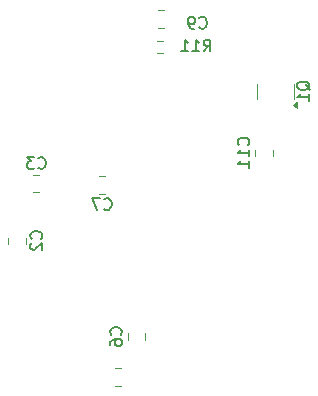
<source format=gbr>
%TF.GenerationSoftware,KiCad,Pcbnew,8.0.1*%
%TF.CreationDate,2024-05-25T07:42:12-07:00*%
%TF.ProjectId,knockControlBoard,6b6e6f63-6b43-46f6-9e74-726f6c426f61,rev?*%
%TF.SameCoordinates,Original*%
%TF.FileFunction,Legend,Bot*%
%TF.FilePolarity,Positive*%
%FSLAX46Y46*%
G04 Gerber Fmt 4.6, Leading zero omitted, Abs format (unit mm)*
G04 Created by KiCad (PCBNEW 8.0.1) date 2024-05-25 07:42:12*
%MOMM*%
%LPD*%
G01*
G04 APERTURE LIST*
%ADD10C,0.150000*%
%ADD11C,0.120000*%
G04 APERTURE END LIST*
D10*
X112419580Y-102903333D02*
X112467200Y-102855714D01*
X112467200Y-102855714D02*
X112514819Y-102712857D01*
X112514819Y-102712857D02*
X112514819Y-102617619D01*
X112514819Y-102617619D02*
X112467200Y-102474762D01*
X112467200Y-102474762D02*
X112371961Y-102379524D01*
X112371961Y-102379524D02*
X112276723Y-102331905D01*
X112276723Y-102331905D02*
X112086247Y-102284286D01*
X112086247Y-102284286D02*
X111943390Y-102284286D01*
X111943390Y-102284286D02*
X111752914Y-102331905D01*
X111752914Y-102331905D02*
X111657676Y-102379524D01*
X111657676Y-102379524D02*
X111562438Y-102474762D01*
X111562438Y-102474762D02*
X111514819Y-102617619D01*
X111514819Y-102617619D02*
X111514819Y-102712857D01*
X111514819Y-102712857D02*
X111562438Y-102855714D01*
X111562438Y-102855714D02*
X111610057Y-102903333D01*
X111514819Y-103760476D02*
X111514819Y-103570000D01*
X111514819Y-103570000D02*
X111562438Y-103474762D01*
X111562438Y-103474762D02*
X111610057Y-103427143D01*
X111610057Y-103427143D02*
X111752914Y-103331905D01*
X111752914Y-103331905D02*
X111943390Y-103284286D01*
X111943390Y-103284286D02*
X112324342Y-103284286D01*
X112324342Y-103284286D02*
X112419580Y-103331905D01*
X112419580Y-103331905D02*
X112467200Y-103379524D01*
X112467200Y-103379524D02*
X112514819Y-103474762D01*
X112514819Y-103474762D02*
X112514819Y-103665238D01*
X112514819Y-103665238D02*
X112467200Y-103760476D01*
X112467200Y-103760476D02*
X112419580Y-103808095D01*
X112419580Y-103808095D02*
X112324342Y-103855714D01*
X112324342Y-103855714D02*
X112086247Y-103855714D01*
X112086247Y-103855714D02*
X111991009Y-103808095D01*
X111991009Y-103808095D02*
X111943390Y-103760476D01*
X111943390Y-103760476D02*
X111895771Y-103665238D01*
X111895771Y-103665238D02*
X111895771Y-103474762D01*
X111895771Y-103474762D02*
X111943390Y-103379524D01*
X111943390Y-103379524D02*
X111991009Y-103331905D01*
X111991009Y-103331905D02*
X112086247Y-103284286D01*
X105436666Y-88769580D02*
X105484285Y-88817200D01*
X105484285Y-88817200D02*
X105627142Y-88864819D01*
X105627142Y-88864819D02*
X105722380Y-88864819D01*
X105722380Y-88864819D02*
X105865237Y-88817200D01*
X105865237Y-88817200D02*
X105960475Y-88721961D01*
X105960475Y-88721961D02*
X106008094Y-88626723D01*
X106008094Y-88626723D02*
X106055713Y-88436247D01*
X106055713Y-88436247D02*
X106055713Y-88293390D01*
X106055713Y-88293390D02*
X106008094Y-88102914D01*
X106008094Y-88102914D02*
X105960475Y-88007676D01*
X105960475Y-88007676D02*
X105865237Y-87912438D01*
X105865237Y-87912438D02*
X105722380Y-87864819D01*
X105722380Y-87864819D02*
X105627142Y-87864819D01*
X105627142Y-87864819D02*
X105484285Y-87912438D01*
X105484285Y-87912438D02*
X105436666Y-87960057D01*
X105103332Y-87864819D02*
X104484285Y-87864819D01*
X104484285Y-87864819D02*
X104817618Y-88245771D01*
X104817618Y-88245771D02*
X104674761Y-88245771D01*
X104674761Y-88245771D02*
X104579523Y-88293390D01*
X104579523Y-88293390D02*
X104531904Y-88341009D01*
X104531904Y-88341009D02*
X104484285Y-88436247D01*
X104484285Y-88436247D02*
X104484285Y-88674342D01*
X104484285Y-88674342D02*
X104531904Y-88769580D01*
X104531904Y-88769580D02*
X104579523Y-88817200D01*
X104579523Y-88817200D02*
X104674761Y-88864819D01*
X104674761Y-88864819D02*
X104960475Y-88864819D01*
X104960475Y-88864819D02*
X105055713Y-88817200D01*
X105055713Y-88817200D02*
X105103332Y-88769580D01*
X128440057Y-82202261D02*
X128392438Y-82107023D01*
X128392438Y-82107023D02*
X128297200Y-82011785D01*
X128297200Y-82011785D02*
X128154342Y-81868928D01*
X128154342Y-81868928D02*
X128106723Y-81773690D01*
X128106723Y-81773690D02*
X128106723Y-81678452D01*
X128344819Y-81726071D02*
X128297200Y-81630833D01*
X128297200Y-81630833D02*
X128201961Y-81535595D01*
X128201961Y-81535595D02*
X128011485Y-81487976D01*
X128011485Y-81487976D02*
X127678152Y-81487976D01*
X127678152Y-81487976D02*
X127487676Y-81535595D01*
X127487676Y-81535595D02*
X127392438Y-81630833D01*
X127392438Y-81630833D02*
X127344819Y-81726071D01*
X127344819Y-81726071D02*
X127344819Y-81916547D01*
X127344819Y-81916547D02*
X127392438Y-82011785D01*
X127392438Y-82011785D02*
X127487676Y-82107023D01*
X127487676Y-82107023D02*
X127678152Y-82154642D01*
X127678152Y-82154642D02*
X128011485Y-82154642D01*
X128011485Y-82154642D02*
X128201961Y-82107023D01*
X128201961Y-82107023D02*
X128297200Y-82011785D01*
X128297200Y-82011785D02*
X128344819Y-81916547D01*
X128344819Y-81916547D02*
X128344819Y-81726071D01*
X128344819Y-83107023D02*
X128344819Y-82535595D01*
X128344819Y-82821309D02*
X127344819Y-82821309D01*
X127344819Y-82821309D02*
X127487676Y-82726071D01*
X127487676Y-82726071D02*
X127582914Y-82630833D01*
X127582914Y-82630833D02*
X127630533Y-82535595D01*
X119440357Y-78924819D02*
X119773690Y-78448628D01*
X120011785Y-78924819D02*
X120011785Y-77924819D01*
X120011785Y-77924819D02*
X119630833Y-77924819D01*
X119630833Y-77924819D02*
X119535595Y-77972438D01*
X119535595Y-77972438D02*
X119487976Y-78020057D01*
X119487976Y-78020057D02*
X119440357Y-78115295D01*
X119440357Y-78115295D02*
X119440357Y-78258152D01*
X119440357Y-78258152D02*
X119487976Y-78353390D01*
X119487976Y-78353390D02*
X119535595Y-78401009D01*
X119535595Y-78401009D02*
X119630833Y-78448628D01*
X119630833Y-78448628D02*
X120011785Y-78448628D01*
X118487976Y-78924819D02*
X119059404Y-78924819D01*
X118773690Y-78924819D02*
X118773690Y-77924819D01*
X118773690Y-77924819D02*
X118868928Y-78067676D01*
X118868928Y-78067676D02*
X118964166Y-78162914D01*
X118964166Y-78162914D02*
X119059404Y-78210533D01*
X117535595Y-78924819D02*
X118107023Y-78924819D01*
X117821309Y-78924819D02*
X117821309Y-77924819D01*
X117821309Y-77924819D02*
X117916547Y-78067676D01*
X117916547Y-78067676D02*
X118011785Y-78162914D01*
X118011785Y-78162914D02*
X118107023Y-78210533D01*
X111016666Y-92269580D02*
X111064285Y-92317200D01*
X111064285Y-92317200D02*
X111207142Y-92364819D01*
X111207142Y-92364819D02*
X111302380Y-92364819D01*
X111302380Y-92364819D02*
X111445237Y-92317200D01*
X111445237Y-92317200D02*
X111540475Y-92221961D01*
X111540475Y-92221961D02*
X111588094Y-92126723D01*
X111588094Y-92126723D02*
X111635713Y-91936247D01*
X111635713Y-91936247D02*
X111635713Y-91793390D01*
X111635713Y-91793390D02*
X111588094Y-91602914D01*
X111588094Y-91602914D02*
X111540475Y-91507676D01*
X111540475Y-91507676D02*
X111445237Y-91412438D01*
X111445237Y-91412438D02*
X111302380Y-91364819D01*
X111302380Y-91364819D02*
X111207142Y-91364819D01*
X111207142Y-91364819D02*
X111064285Y-91412438D01*
X111064285Y-91412438D02*
X111016666Y-91460057D01*
X110683332Y-91364819D02*
X110016666Y-91364819D01*
X110016666Y-91364819D02*
X110445237Y-92364819D01*
X123209580Y-86857142D02*
X123257200Y-86809523D01*
X123257200Y-86809523D02*
X123304819Y-86666666D01*
X123304819Y-86666666D02*
X123304819Y-86571428D01*
X123304819Y-86571428D02*
X123257200Y-86428571D01*
X123257200Y-86428571D02*
X123161961Y-86333333D01*
X123161961Y-86333333D02*
X123066723Y-86285714D01*
X123066723Y-86285714D02*
X122876247Y-86238095D01*
X122876247Y-86238095D02*
X122733390Y-86238095D01*
X122733390Y-86238095D02*
X122542914Y-86285714D01*
X122542914Y-86285714D02*
X122447676Y-86333333D01*
X122447676Y-86333333D02*
X122352438Y-86428571D01*
X122352438Y-86428571D02*
X122304819Y-86571428D01*
X122304819Y-86571428D02*
X122304819Y-86666666D01*
X122304819Y-86666666D02*
X122352438Y-86809523D01*
X122352438Y-86809523D02*
X122400057Y-86857142D01*
X123304819Y-87809523D02*
X123304819Y-87238095D01*
X123304819Y-87523809D02*
X122304819Y-87523809D01*
X122304819Y-87523809D02*
X122447676Y-87428571D01*
X122447676Y-87428571D02*
X122542914Y-87333333D01*
X122542914Y-87333333D02*
X122590533Y-87238095D01*
X123304819Y-88761904D02*
X123304819Y-88190476D01*
X123304819Y-88476190D02*
X122304819Y-88476190D01*
X122304819Y-88476190D02*
X122447676Y-88380952D01*
X122447676Y-88380952D02*
X122542914Y-88285714D01*
X122542914Y-88285714D02*
X122590533Y-88190476D01*
X105669580Y-94783333D02*
X105717200Y-94735714D01*
X105717200Y-94735714D02*
X105764819Y-94592857D01*
X105764819Y-94592857D02*
X105764819Y-94497619D01*
X105764819Y-94497619D02*
X105717200Y-94354762D01*
X105717200Y-94354762D02*
X105621961Y-94259524D01*
X105621961Y-94259524D02*
X105526723Y-94211905D01*
X105526723Y-94211905D02*
X105336247Y-94164286D01*
X105336247Y-94164286D02*
X105193390Y-94164286D01*
X105193390Y-94164286D02*
X105002914Y-94211905D01*
X105002914Y-94211905D02*
X104907676Y-94259524D01*
X104907676Y-94259524D02*
X104812438Y-94354762D01*
X104812438Y-94354762D02*
X104764819Y-94497619D01*
X104764819Y-94497619D02*
X104764819Y-94592857D01*
X104764819Y-94592857D02*
X104812438Y-94735714D01*
X104812438Y-94735714D02*
X104860057Y-94783333D01*
X104860057Y-95164286D02*
X104812438Y-95211905D01*
X104812438Y-95211905D02*
X104764819Y-95307143D01*
X104764819Y-95307143D02*
X104764819Y-95545238D01*
X104764819Y-95545238D02*
X104812438Y-95640476D01*
X104812438Y-95640476D02*
X104860057Y-95688095D01*
X104860057Y-95688095D02*
X104955295Y-95735714D01*
X104955295Y-95735714D02*
X105050533Y-95735714D01*
X105050533Y-95735714D02*
X105193390Y-95688095D01*
X105193390Y-95688095D02*
X105764819Y-95116667D01*
X105764819Y-95116667D02*
X105764819Y-95735714D01*
X119076666Y-76899580D02*
X119124285Y-76947200D01*
X119124285Y-76947200D02*
X119267142Y-76994819D01*
X119267142Y-76994819D02*
X119362380Y-76994819D01*
X119362380Y-76994819D02*
X119505237Y-76947200D01*
X119505237Y-76947200D02*
X119600475Y-76851961D01*
X119600475Y-76851961D02*
X119648094Y-76756723D01*
X119648094Y-76756723D02*
X119695713Y-76566247D01*
X119695713Y-76566247D02*
X119695713Y-76423390D01*
X119695713Y-76423390D02*
X119648094Y-76232914D01*
X119648094Y-76232914D02*
X119600475Y-76137676D01*
X119600475Y-76137676D02*
X119505237Y-76042438D01*
X119505237Y-76042438D02*
X119362380Y-75994819D01*
X119362380Y-75994819D02*
X119267142Y-75994819D01*
X119267142Y-75994819D02*
X119124285Y-76042438D01*
X119124285Y-76042438D02*
X119076666Y-76090057D01*
X118600475Y-76994819D02*
X118409999Y-76994819D01*
X118409999Y-76994819D02*
X118314761Y-76947200D01*
X118314761Y-76947200D02*
X118267142Y-76899580D01*
X118267142Y-76899580D02*
X118171904Y-76756723D01*
X118171904Y-76756723D02*
X118124285Y-76566247D01*
X118124285Y-76566247D02*
X118124285Y-76185295D01*
X118124285Y-76185295D02*
X118171904Y-76090057D01*
X118171904Y-76090057D02*
X118219523Y-76042438D01*
X118219523Y-76042438D02*
X118314761Y-75994819D01*
X118314761Y-75994819D02*
X118505237Y-75994819D01*
X118505237Y-75994819D02*
X118600475Y-76042438D01*
X118600475Y-76042438D02*
X118648094Y-76090057D01*
X118648094Y-76090057D02*
X118695713Y-76185295D01*
X118695713Y-76185295D02*
X118695713Y-76423390D01*
X118695713Y-76423390D02*
X118648094Y-76518628D01*
X118648094Y-76518628D02*
X118600475Y-76566247D01*
X118600475Y-76566247D02*
X118505237Y-76613866D01*
X118505237Y-76613866D02*
X118314761Y-76613866D01*
X118314761Y-76613866D02*
X118219523Y-76566247D01*
X118219523Y-76566247D02*
X118171904Y-76518628D01*
X118171904Y-76518628D02*
X118124285Y-76423390D01*
D11*
%TO.C,C6*%
X113005000Y-103331252D02*
X113005000Y-102808748D01*
X114475000Y-103331252D02*
X114475000Y-102808748D01*
%TO.C,C3*%
X105008748Y-89355000D02*
X105531252Y-89355000D01*
X105008748Y-90825000D02*
X105531252Y-90825000D01*
%TO.C,Q1*%
X127050000Y-82947500D02*
X127050000Y-82297500D01*
X127050000Y-81647500D02*
X127050000Y-82297500D01*
X123930000Y-82947500D02*
X123930000Y-82297500D01*
X123930000Y-81647500D02*
X123930000Y-82297500D01*
X127330000Y-83700000D02*
X127000000Y-83460000D01*
X127330000Y-83220000D01*
X127330000Y-83700000D01*
G36*
X127330000Y-83700000D02*
G01*
X127000000Y-83460000D01*
X127330000Y-83220000D01*
X127330000Y-83700000D01*
G37*
%TO.C,R11*%
X115462776Y-78057500D02*
X115972224Y-78057500D01*
X115462776Y-79102500D02*
X115972224Y-79102500D01*
%TO.C,C7*%
X111111252Y-90965000D02*
X110588748Y-90965000D01*
X111111252Y-89495000D02*
X110588748Y-89495000D01*
%TO.C,C11*%
X125265000Y-87761252D02*
X125265000Y-87238748D01*
X123795000Y-87761252D02*
X123795000Y-87238748D01*
%TO.C,C2*%
X102895000Y-94688748D02*
X102895000Y-95211252D01*
X104365000Y-94688748D02*
X104365000Y-95211252D01*
%TO.C,C9*%
X116101252Y-75455000D02*
X115578748Y-75455000D01*
X116101252Y-76925000D02*
X115578748Y-76925000D01*
%TO.C,C5*%
X112413752Y-107245000D02*
X111891248Y-107245000D01*
X112413752Y-105775000D02*
X111891248Y-105775000D01*
%TD*%
M02*

</source>
